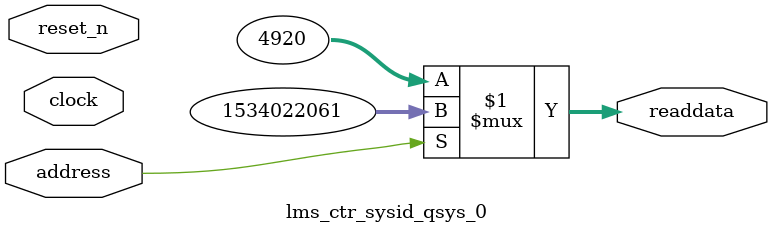
<source format=v>



// synthesis translate_off
`timescale 1ns / 1ps
// synthesis translate_on

// turn off superfluous verilog processor warnings 
// altera message_level Level1 
// altera message_off 10034 10035 10036 10037 10230 10240 10030 

module lms_ctr_sysid_qsys_0 (
               // inputs:
                address,
                clock,
                reset_n,

               // outputs:
                readdata
             )
;

  output  [ 31: 0] readdata;
  input            address;
  input            clock;
  input            reset_n;

  wire    [ 31: 0] readdata;
  //control_slave, which is an e_avalon_slave
  assign readdata = address ? 1534022061 : 4920;

endmodule



</source>
